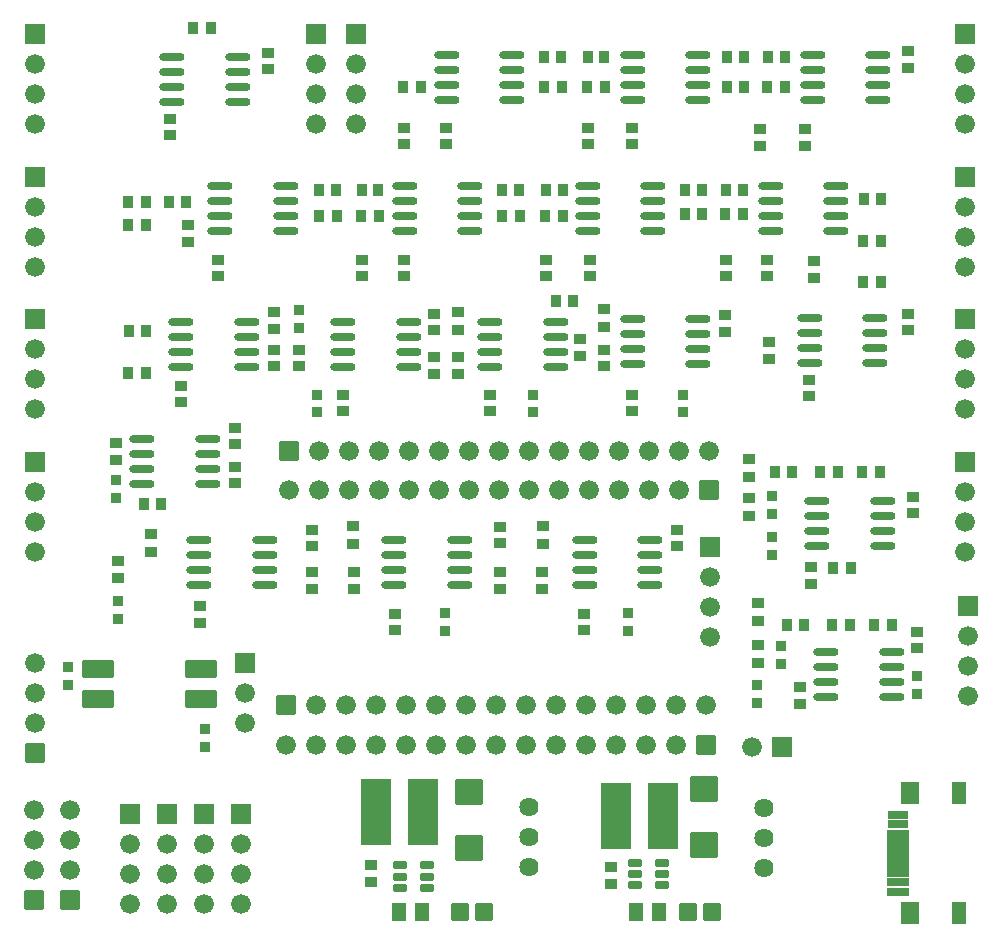
<source format=gts>
G04 Layer: TopSolderMaskLayer*
G04 EasyEDA v6.5.40, 2024-04-23 11:15:46*
G04 c7e9cca6e7fb4e88997dfbcd3db0eb44,2d5800d2cc32464ebd88bb1e24ba3ef2,10*
G04 Gerber Generator version 0.2*
G04 Scale: 100 percent, Rotated: No, Reflected: No *
G04 Dimensions in inches *
G04 leading zeros omitted , absolute positions ,3 integer and 6 decimal *
%FSLAX36Y36*%
%MOIN*%

%AMMACRO1*1,1,$1,$2,$3*1,1,$1,$4,$5*1,1,$1,0-$2,0-$3*1,1,$1,0-$4,0-$5*20,1,$1,$2,$3,$4,$5,0*20,1,$1,$4,$5,0-$2,0-$3,0*20,1,$1,0-$2,0-$3,0-$4,0-$5,0*20,1,$1,0-$4,0-$5,$2,$3,0*4,1,4,$2,$3,$4,$5,0-$2,0-$3,0-$4,0-$5,$2,$3,0*%
%ADD10R,0.0660X0.0660*%
%ADD11C,0.0660*%
%ADD12MACRO1,0.004X0.031X-0.031X0.031X0.031*%
%ADD13MACRO1,0.004X-0.031X-0.031X0.031X-0.031*%
%ADD14MACRO1,0.004X0.031X0.031X-0.031X0.031*%
%ADD15MACRO1,0.004X-0.0157X0.0177X0.0157X0.0177*%
%ADD16MACRO1,0.004X-0.0278X-0.0266X-0.0278X0.0266*%
%ADD17MACRO1,0.004X0.0278X-0.0266X0.0278X0.0266*%
%ADD18MACRO1,0.004X0.0177X0.0157X0.0177X-0.0157*%
%ADD19R,0.0394X0.0355*%
%ADD20MACRO1,0.004X-0.0432X0.0403X0.0432X0.0403*%
%ADD21MACRO1,0.004X-0.0432X-0.0403X0.0432X-0.0403*%
%ADD22MACRO1,0.004X-0.0492X0.1083X0.0492X0.1083*%
%ADD23C,0.0640*%
%ADD24MACRO1,0.004X0.0223X0.0271X0.0223X-0.0271*%
%ADD25MACRO1,0.004X-0.0223X0.0271X-0.0223X-0.0271*%
%ADD26MACRO1,0.004X0.0211X0.0105X0.0211X-0.0105*%
%ADD27R,0.0512X0.0749*%
%ADD28R,0.0611X0.0749*%
%ADD29R,0.0730X0.0198*%
%ADD30R,0.0690X0.0276*%
%ADD31R,0.0730X0.0316*%
%ADD32MACRO1,0.004X-0.017X0.0159X0.017X0.0159*%
%ADD33MACRO1,0.004X-0.017X-0.0159X0.017X-0.0159*%
%ADD34MACRO1,0.004X-0.0159X-0.017X-0.0159X0.017*%
%ADD35MACRO1,0.004X0.0159X-0.017X0.0159X0.017*%
%ADD36R,0.0380X0.0358*%
%ADD37MACRO1,0.004X0.0157X-0.0177X-0.0157X-0.0177*%
%ADD38O,0.084512X0.027149999999999997*%
%ADD39MACRO1,0.004X0.0159X0.017X0.0159X-0.017*%
%ADD40MACRO1,0.004X-0.0159X0.017X-0.0159X-0.017*%
%ADD41MACRO1,0.004X-0.0512X0.028X0.0512X0.028*%
%ADD42MACRO1,0.004X0.0512X0.028X-0.0512X0.028*%
%ADD43C,0.0174*%

%LPD*%
D10*
G01*
X850000Y1620000D03*
D11*
G01*
X850000Y1520000D03*
G01*
X850000Y1420000D03*
D10*
G01*
X588330Y1115000D03*
D11*
G01*
X588330Y1015000D03*
G01*
X588330Y915000D03*
G01*
X588330Y815000D03*
D10*
G01*
X711669Y1115000D03*
D11*
G01*
X711669Y1015000D03*
G01*
X711669Y915000D03*
G01*
X711669Y815000D03*
D10*
G01*
X3260000Y1810000D03*
D11*
G01*
X3260000Y1710000D03*
G01*
X3260000Y1610000D03*
G01*
X3260000Y1510000D03*
D12*
G01*
X145000Y830000D03*
D11*
G01*
X145000Y930000D03*
G01*
X145000Y1030000D03*
G01*
X145000Y1130000D03*
D12*
G01*
X150000Y1320000D03*
D11*
G01*
X150000Y1420000D03*
G01*
X150000Y1520000D03*
G01*
X150000Y1620000D03*
D10*
G01*
X835000Y1115000D03*
D11*
G01*
X835000Y1015000D03*
G01*
X835000Y915000D03*
G01*
X835000Y815000D03*
D10*
G01*
X2640000Y1340000D03*
D11*
G01*
X2540000Y1340000D03*
D12*
G01*
X265000Y830000D03*
D11*
G01*
X265000Y930000D03*
G01*
X265000Y1030000D03*
G01*
X265000Y1130000D03*
D10*
G01*
X3250000Y3715000D03*
D11*
G01*
X3250000Y3615000D03*
G01*
X3250000Y3515000D03*
G01*
X3250000Y3415000D03*
D10*
G01*
X1220000Y3715000D03*
D11*
G01*
X1220000Y3615000D03*
G01*
X1220000Y3515000D03*
G01*
X1220000Y3415000D03*
D10*
G01*
X150000Y3715000D03*
D11*
G01*
X150000Y3615000D03*
G01*
X150000Y3515000D03*
G01*
X150000Y3415000D03*
D10*
G01*
X1085000Y3715000D03*
D11*
G01*
X1085000Y3615000D03*
G01*
X1085000Y3515000D03*
G01*
X1085000Y3415000D03*
D10*
G01*
X3250000Y3240000D03*
D11*
G01*
X3250000Y3140000D03*
G01*
X3250000Y3040000D03*
G01*
X3250000Y2940000D03*
D10*
G01*
X150000Y3240000D03*
D11*
G01*
X150000Y3140000D03*
G01*
X150000Y3040000D03*
G01*
X150000Y2940000D03*
D10*
G01*
X2400000Y2005000D03*
D11*
G01*
X2400000Y1905000D03*
G01*
X2400000Y1805000D03*
G01*
X2400000Y1705000D03*
D10*
G01*
X3250000Y2765000D03*
D11*
G01*
X3250000Y2665000D03*
G01*
X3250000Y2565000D03*
G01*
X3250000Y2465000D03*
D10*
G01*
X150000Y2765000D03*
D11*
G01*
X150000Y2665000D03*
G01*
X150000Y2565000D03*
G01*
X150000Y2465000D03*
D10*
G01*
X3250000Y2290000D03*
D11*
G01*
X3250000Y2190000D03*
G01*
X3250000Y2090000D03*
G01*
X3250000Y1990000D03*
D10*
G01*
X150000Y2290000D03*
D11*
G01*
X150000Y2190000D03*
G01*
X150000Y2090000D03*
G01*
X150000Y1990000D03*
D10*
G01*
X465000Y1115000D03*
D11*
G01*
X465000Y1015000D03*
G01*
X465000Y915000D03*
G01*
X465000Y815000D03*
G01*
X2395000Y2325000D03*
G01*
X2295000Y2325000D03*
G01*
X2195000Y2325000D03*
G01*
X2095000Y2325000D03*
G01*
X1995000Y2325000D03*
G01*
X1895000Y2325000D03*
G01*
X1795000Y2325000D03*
G01*
X1695000Y2325000D03*
G01*
X1595000Y2325000D03*
G01*
X1495000Y2325000D03*
G01*
X1395000Y2325000D03*
G01*
X1295000Y2325000D03*
G01*
X1195000Y2325000D03*
G01*
X1095000Y2325000D03*
D13*
G01*
X995000Y2325000D03*
D11*
G01*
X985000Y1345000D03*
G01*
X1085000Y1345000D03*
G01*
X1185000Y1345000D03*
G01*
X1285000Y1345000D03*
G01*
X1385000Y1345000D03*
G01*
X1485000Y1345000D03*
G01*
X1585000Y1345000D03*
G01*
X1685000Y1345000D03*
G01*
X1785000Y1345000D03*
G01*
X1885000Y1345000D03*
G01*
X1985000Y1345000D03*
G01*
X2085000Y1345000D03*
G01*
X2185000Y1345000D03*
G01*
X2285000Y1345000D03*
D14*
G01*
X2385000Y1345000D03*
D11*
G01*
X995000Y2195000D03*
G01*
X1095000Y2195000D03*
G01*
X1195000Y2195000D03*
G01*
X1295000Y2195000D03*
G01*
X1395000Y2195000D03*
G01*
X1495000Y2195000D03*
G01*
X1595000Y2195000D03*
G01*
X1695000Y2195000D03*
G01*
X1795000Y2195000D03*
G01*
X1895000Y2195000D03*
G01*
X1995000Y2195000D03*
G01*
X2095000Y2195000D03*
G01*
X2195000Y2195000D03*
G01*
X2295000Y2195000D03*
D14*
G01*
X2395000Y2195000D03*
D11*
G01*
X2385000Y1480000D03*
G01*
X2285000Y1480000D03*
G01*
X2185000Y1480000D03*
G01*
X2085000Y1480000D03*
G01*
X1985000Y1480000D03*
G01*
X1885000Y1480000D03*
G01*
X1785000Y1480000D03*
G01*
X1685000Y1480000D03*
G01*
X1585000Y1480000D03*
G01*
X1485000Y1480000D03*
G01*
X1385000Y1480000D03*
G01*
X1285000Y1480000D03*
G01*
X1185000Y1480000D03*
G01*
X1085000Y1480000D03*
D13*
G01*
X985000Y1480000D03*
D15*
G01*
X2672559Y2255000D03*
G01*
X2617440Y2255000D03*
G01*
X2712559Y1745000D03*
G01*
X2657440Y1745000D03*
D16*
G01*
X2405551Y789997D03*
D17*
G01*
X2324448Y789997D03*
D18*
G01*
X2070000Y882441D03*
G01*
X2070000Y937558D03*
D19*
G01*
X1270000Y944290D03*
G01*
X1270000Y889169D03*
D16*
G01*
X1645551Y790000D03*
D17*
G01*
X1564448Y790000D03*
D18*
G01*
X3075000Y2117441D03*
G01*
X3075000Y2172558D03*
D19*
G01*
X2735000Y1937559D03*
G01*
X2735000Y1882440D03*
D18*
G01*
X3090000Y1667441D03*
G01*
X3090000Y1722558D03*
D19*
G01*
X2700000Y1537559D03*
G01*
X2700000Y1482440D03*
D20*
G01*
X2380000Y1012056D03*
D21*
G01*
X2380000Y1197943D03*
D20*
G01*
X1595000Y1003810D03*
D21*
G01*
X1595000Y1189696D03*
D22*
G01*
X2086256Y1110000D03*
G01*
X2243736Y1110000D03*
G01*
X1286256Y1121730D03*
G01*
X1443736Y1121730D03*
D23*
G01*
X2580000Y1035000D03*
G01*
X2580000Y935000D03*
G01*
X2580000Y1135000D03*
D24*
G01*
X2151957Y790530D03*
D25*
G01*
X2228042Y790530D03*
D24*
G01*
X1361957Y790530D03*
D25*
G01*
X1438042Y790530D03*
D23*
G01*
X1795000Y1040000D03*
G01*
X1795000Y940000D03*
G01*
X1795000Y1140000D03*
D26*
G01*
X2149759Y952400D03*
G01*
X2149759Y915000D03*
G01*
X2149759Y877599D03*
G01*
X2240240Y877599D03*
G01*
X2240240Y915000D03*
G01*
X2240240Y952400D03*
D27*
G01*
X3229570Y1184209D03*
G01*
X3229570Y785000D03*
D28*
G01*
X3065000Y1184209D03*
G01*
X3065000Y785000D03*
D29*
G01*
X3025630Y1033820D03*
G01*
X3025630Y994450D03*
G01*
X3025630Y974760D03*
G01*
X3025630Y955079D03*
G01*
X3025630Y935390D03*
G01*
X3025630Y915709D03*
G01*
X3025630Y1014130D03*
G01*
X3025630Y1053499D03*
D30*
G01*
X3025630Y1112559D03*
G01*
X3025630Y1081060D03*
D31*
G01*
X3025630Y888150D03*
G01*
X3025630Y856649D03*
D26*
G01*
X1364759Y944130D03*
G01*
X1364759Y906730D03*
G01*
X1364759Y869331D03*
G01*
X1455240Y869331D03*
G01*
X1455240Y906730D03*
G01*
X1455240Y944130D03*
D32*
G01*
X2530000Y2240344D03*
D33*
G01*
X2530000Y2299655D03*
D34*
G01*
X2824655Y2257157D03*
D35*
G01*
X2765344Y2257157D03*
D34*
G01*
X2964655Y2257157D03*
D35*
G01*
X2905344Y2257157D03*
D32*
G01*
X2560000Y1760344D03*
D33*
G01*
X2560000Y1819655D03*
D34*
G01*
X3004655Y1747157D03*
D35*
G01*
X2945344Y1747157D03*
D18*
G01*
X1480000Y2727441D03*
G01*
X1480000Y2782558D03*
D15*
G01*
X1942559Y2825000D03*
G01*
X1887440Y2825000D03*
D36*
G01*
X2125000Y1785650D03*
G01*
X2125000Y1726340D03*
G01*
X1515000Y1785650D03*
G01*
X1515000Y1726340D03*
D32*
G01*
X535000Y1990344D03*
D33*
G01*
X535000Y2049655D03*
D36*
G01*
X1810000Y2513850D03*
G01*
X1810000Y2454540D03*
G01*
X2310000Y2513850D03*
G01*
X2310000Y2454540D03*
D19*
G01*
X600000Y3432559D03*
G01*
X600000Y3377440D03*
D18*
G01*
X925000Y3597441D03*
G01*
X925000Y3652558D03*
D37*
G01*
X1991830Y3640000D03*
G01*
X2046947Y3640000D03*
D19*
G01*
X1992830Y3402559D03*
G01*
X1992830Y3347440D03*
G01*
X1700219Y1921950D03*
G01*
X1700219Y1866830D03*
D18*
G01*
X1840000Y1866830D03*
G01*
X1840000Y1921948D03*
D19*
G01*
X1212160Y1921950D03*
G01*
X1212160Y1866830D03*
G01*
X1072380Y1921950D03*
G01*
X1072380Y1866830D03*
G01*
X425000Y1957559D03*
G01*
X425000Y1902440D03*
G01*
X815000Y2272559D03*
G01*
X815000Y2217440D03*
D18*
G01*
X1480000Y2582441D03*
G01*
X1480000Y2637558D03*
G01*
X1560000Y2582441D03*
G01*
X1560000Y2637558D03*
G01*
X2045000Y2607441D03*
G01*
X2045000Y2662558D03*
D19*
G01*
X1965000Y2697559D03*
G01*
X1965000Y2642440D03*
G01*
X420000Y2352370D03*
G01*
X420000Y2297249D03*
D37*
G01*
X462441Y2725000D03*
G01*
X517558Y2725000D03*
D19*
G01*
X945000Y2662559D03*
G01*
X945000Y2607440D03*
G01*
X1030000Y2662559D03*
G01*
X1030000Y2607440D03*
D37*
G01*
X2456830Y3640211D03*
G01*
X2511948Y3640211D03*
D19*
G01*
X2140000Y3402559D03*
G01*
X2140000Y3347440D03*
D18*
G01*
X3060000Y3602441D03*
G01*
X3060000Y3657558D03*
D19*
G01*
X2715000Y3397559D03*
G01*
X2715000Y3342440D03*
D18*
G01*
X945000Y2732441D03*
G01*
X945000Y2787558D03*
D19*
G01*
X635000Y2542559D03*
G01*
X635000Y2487440D03*
G01*
X1175000Y2512559D03*
G01*
X1175000Y2457440D03*
G01*
X1665000Y2512559D03*
G01*
X1665000Y2457440D03*
D18*
G01*
X2450000Y2722441D03*
G01*
X2450000Y2777558D03*
D19*
G01*
X2140000Y2512559D03*
G01*
X2140000Y2457440D03*
D18*
G01*
X814785Y2347441D03*
G01*
X814785Y2402558D03*
G01*
X1072163Y2007441D03*
G01*
X1072163Y2062558D03*
D37*
G01*
X512441Y2150000D03*
G01*
X567558Y2150000D03*
D19*
G01*
X700000Y1807559D03*
G01*
X700000Y1752440D03*
D18*
G01*
X1700000Y2018243D03*
G01*
X1700000Y2073361D03*
D19*
G01*
X1350000Y1783359D03*
G01*
X1350000Y1728240D03*
D18*
G01*
X2290000Y2007441D03*
G01*
X2290000Y2062558D03*
D19*
G01*
X1980000Y1783359D03*
G01*
X1980000Y1728240D03*
G01*
X2565000Y3397559D03*
G01*
X2565000Y3342440D03*
D15*
G01*
X2648364Y3640002D03*
G01*
X2593247Y3640002D03*
D34*
G01*
X734655Y3735000D03*
D35*
G01*
X675344Y3735000D03*
D34*
G01*
X2649655Y3540000D03*
D35*
G01*
X2590344Y3540000D03*
D32*
G01*
X1841947Y2016950D03*
D33*
G01*
X1841947Y2076261D03*
D32*
G01*
X1210000Y2016950D03*
D33*
G01*
X1210000Y2076261D03*
D36*
G01*
X425000Y1824659D03*
G01*
X425000Y1765340D03*
G01*
X1030000Y2794659D03*
G01*
X1030000Y2735340D03*
G01*
X1090000Y2513850D03*
G01*
X1090000Y2454540D03*
D32*
G01*
X1558052Y2730344D03*
D33*
G01*
X1558052Y2789655D03*
D34*
G01*
X519462Y2585000D03*
D35*
G01*
X460151Y2585000D03*
D32*
G01*
X2045000Y2740344D03*
D33*
G01*
X2045000Y2799655D03*
D36*
G01*
X420000Y2229659D03*
G01*
X420000Y2170340D03*
D34*
G01*
X2513849Y3540000D03*
D35*
G01*
X2454538Y3540000D03*
D38*
G01*
X2142449Y3645000D03*
G01*
X2142449Y3595000D03*
G01*
X2142449Y3545000D03*
G01*
X2142449Y3495000D03*
G01*
X2360749Y3645000D03*
G01*
X2360749Y3595000D03*
G01*
X2360749Y3545000D03*
G01*
X2360749Y3495000D03*
G01*
X1522449Y3645000D03*
G01*
X1522449Y3595000D03*
G01*
X1522449Y3545000D03*
G01*
X1522449Y3495000D03*
G01*
X1740749Y3645000D03*
G01*
X1740749Y3595000D03*
G01*
X1740749Y3545000D03*
G01*
X1740749Y3495000D03*
G01*
X2740850Y3645000D03*
G01*
X2740850Y3595000D03*
G01*
X2740850Y3545000D03*
G01*
X2740850Y3495000D03*
G01*
X2959149Y3645000D03*
G01*
X2959149Y3595000D03*
G01*
X2959149Y3545000D03*
G01*
X2959149Y3495000D03*
G01*
X765850Y3210000D03*
G01*
X765850Y3160000D03*
G01*
X765850Y3110000D03*
G01*
X765850Y3060000D03*
G01*
X984149Y3210000D03*
G01*
X984149Y3160000D03*
G01*
X984149Y3110000D03*
G01*
X984149Y3060000D03*
G01*
X1382449Y3210000D03*
G01*
X1382449Y3160000D03*
G01*
X1382449Y3110000D03*
G01*
X1382449Y3060000D03*
G01*
X1600749Y3210000D03*
G01*
X1600749Y3160000D03*
G01*
X1600749Y3110000D03*
G01*
X1600749Y3060000D03*
G01*
X1990850Y3210000D03*
G01*
X1990850Y3160000D03*
G01*
X1990850Y3110000D03*
G01*
X1990850Y3060000D03*
G01*
X2209149Y3210000D03*
G01*
X2209149Y3160000D03*
G01*
X2209149Y3110000D03*
G01*
X2209149Y3060000D03*
G01*
X2730850Y2770000D03*
G01*
X2730850Y2720000D03*
G01*
X2730850Y2670000D03*
G01*
X2730850Y2620000D03*
G01*
X2949149Y2770000D03*
G01*
X2949149Y2720000D03*
G01*
X2949149Y2670000D03*
G01*
X2949149Y2620000D03*
G01*
X2140850Y2765000D03*
G01*
X2140850Y2715000D03*
G01*
X2140850Y2665000D03*
G01*
X2140850Y2615000D03*
G01*
X2359149Y2765000D03*
G01*
X2359149Y2715000D03*
G01*
X2359149Y2665000D03*
G01*
X2359149Y2615000D03*
G01*
X1665850Y2755000D03*
G01*
X1665850Y2705000D03*
G01*
X1665850Y2655000D03*
G01*
X1665850Y2605000D03*
G01*
X1884149Y2755000D03*
G01*
X1884149Y2705000D03*
G01*
X1884149Y2655000D03*
G01*
X1884149Y2605000D03*
G01*
X1175850Y2755000D03*
G01*
X1175850Y2705000D03*
G01*
X1175850Y2655000D03*
G01*
X1175850Y2605000D03*
G01*
X1394149Y2755000D03*
G01*
X1394149Y2705000D03*
G01*
X1394149Y2655000D03*
G01*
X1394149Y2605000D03*
G01*
X635850Y2755000D03*
G01*
X635850Y2705000D03*
G01*
X635850Y2655000D03*
G01*
X635850Y2605000D03*
G01*
X854149Y2755000D03*
G01*
X854149Y2705000D03*
G01*
X854149Y2655000D03*
G01*
X854149Y2605000D03*
G01*
X505850Y2365000D03*
G01*
X505850Y2315000D03*
G01*
X505850Y2265000D03*
G01*
X505850Y2215000D03*
G01*
X724149Y2365000D03*
G01*
X724149Y2315000D03*
G01*
X724149Y2265000D03*
G01*
X724149Y2215000D03*
G01*
X695850Y2030000D03*
G01*
X695850Y1980000D03*
G01*
X695850Y1930000D03*
G01*
X695850Y1880000D03*
G01*
X914149Y2030000D03*
G01*
X914149Y1980000D03*
G01*
X914149Y1930000D03*
G01*
X914149Y1880000D03*
G01*
X1345850Y2030000D03*
G01*
X1345850Y1980000D03*
G01*
X1345850Y1930000D03*
G01*
X1345850Y1880000D03*
G01*
X1564149Y2030000D03*
G01*
X1564149Y1980000D03*
G01*
X1564149Y1930000D03*
G01*
X1564149Y1880000D03*
G01*
X1980850Y2030000D03*
G01*
X1980850Y1980000D03*
G01*
X1980850Y1930000D03*
G01*
X1980850Y1880000D03*
G01*
X2199149Y2030000D03*
G01*
X2199149Y1980000D03*
G01*
X2199149Y1930000D03*
G01*
X2199149Y1880000D03*
D19*
G01*
X1378639Y3402559D03*
G01*
X1378639Y3347440D03*
D37*
G01*
X1847440Y3640000D03*
G01*
X1902559Y3640000D03*
D19*
G01*
X1520000Y3402559D03*
G01*
X1520000Y3347440D03*
D34*
G01*
X1434655Y3540000D03*
D35*
G01*
X1375344Y3540000D03*
D34*
G01*
X1904460Y3540000D03*
D35*
G01*
X1845149Y3540000D03*
D34*
G01*
X2048849Y3540000D03*
D35*
G01*
X1989538Y3540000D03*
D15*
G01*
X1907559Y3195000D03*
G01*
X1852440Y3195000D03*
D19*
G01*
X1852830Y2963170D03*
G01*
X1852830Y2908049D03*
D15*
G01*
X1293364Y3194788D03*
G01*
X1238247Y3194788D03*
D19*
G01*
X1238639Y2963170D03*
G01*
X1238639Y2908049D03*
G01*
X660000Y3077559D03*
G01*
X660000Y3022440D03*
D15*
G01*
X652558Y3155000D03*
G01*
X597441Y3155000D03*
D19*
G01*
X2453639Y2963170D03*
G01*
X2453639Y2908049D03*
D15*
G01*
X2508364Y3195000D03*
G01*
X2453247Y3195000D03*
D19*
G01*
X2595000Y2687559D03*
G01*
X2595000Y2632440D03*
D18*
G01*
X2745000Y2902441D03*
G01*
X2745000Y2957558D03*
D37*
G01*
X1097440Y3195000D03*
G01*
X1152559Y3195000D03*
D19*
G01*
X760000Y2963170D03*
G01*
X760000Y2908049D03*
D37*
G01*
X1707440Y3195000D03*
G01*
X1762559Y3195000D03*
D19*
G01*
X1380000Y2962559D03*
G01*
X1380000Y2907440D03*
D37*
G01*
X2317440Y3195000D03*
G01*
X2372559Y3195000D03*
D19*
G01*
X2000000Y2963170D03*
G01*
X2000000Y2908049D03*
D37*
G01*
X2912440Y3165000D03*
G01*
X2967559Y3165000D03*
D19*
G01*
X2590000Y2963170D03*
G01*
X2590000Y2908049D03*
G01*
X3060000Y2782559D03*
G01*
X3060000Y2727440D03*
G01*
X2730000Y2562559D03*
G01*
X2730000Y2507440D03*
D34*
G01*
X1764460Y3110000D03*
D35*
G01*
X1705149Y3110000D03*
D34*
G01*
X1908849Y3110000D03*
D35*
G01*
X1849538Y3110000D03*
D34*
G01*
X2509655Y3115000D03*
D35*
G01*
X2450344Y3115000D03*
D34*
G01*
X2373849Y3115000D03*
D35*
G01*
X2314538Y3115000D03*
D39*
G01*
X460151Y3080000D03*
D40*
G01*
X519462Y3080000D03*
D34*
G01*
X519462Y3155000D03*
D35*
G01*
X460151Y3155000D03*
D34*
G01*
X1154460Y3110000D03*
D35*
G01*
X1095149Y3110000D03*
D34*
G01*
X1294655Y3110000D03*
D35*
G01*
X1235344Y3110000D03*
D39*
G01*
X2909538Y2890000D03*
D40*
G01*
X2968849Y2890000D03*
D34*
G01*
X2968849Y3025000D03*
D35*
G01*
X2909538Y3025000D03*
D38*
G01*
X2600850Y3210000D03*
G01*
X2600850Y3160000D03*
G01*
X2600850Y3110000D03*
G01*
X2600850Y3060000D03*
G01*
X2819149Y3210000D03*
G01*
X2819149Y3160000D03*
G01*
X2819149Y3110000D03*
G01*
X2819149Y3060000D03*
G01*
X2785850Y1655000D03*
G01*
X2785850Y1605000D03*
G01*
X2785850Y1555000D03*
G01*
X2785850Y1505000D03*
G01*
X3004149Y1655000D03*
G01*
X3004149Y1605000D03*
G01*
X3004149Y1555000D03*
G01*
X3004149Y1505000D03*
G01*
X2755850Y2160000D03*
G01*
X2755850Y2110000D03*
G01*
X2755850Y2060000D03*
G01*
X2755850Y2010000D03*
G01*
X2974149Y2160000D03*
G01*
X2974149Y2110000D03*
G01*
X2974149Y2060000D03*
G01*
X2974149Y2010000D03*
D32*
G01*
X2530000Y2110344D03*
D33*
G01*
X2530000Y2169655D03*
D36*
G01*
X2605000Y2174659D03*
G01*
X2605000Y2115340D03*
G01*
X2605000Y2039659D03*
G01*
X2605000Y1980340D03*
D34*
G01*
X2869655Y1935000D03*
D35*
G01*
X2810344Y1935000D03*
D36*
G01*
X2635000Y1674659D03*
G01*
X2635000Y1615340D03*
G01*
X2555000Y1544659D03*
G01*
X2555000Y1485340D03*
G01*
X3090000Y1574659D03*
G01*
X3090000Y1515340D03*
D34*
G01*
X2864655Y1747157D03*
D35*
G01*
X2805344Y1747157D03*
D32*
G01*
X2560000Y1620344D03*
D33*
G01*
X2560000Y1679655D03*
D36*
G01*
X260000Y1604659D03*
G01*
X260000Y1545340D03*
G01*
X715000Y1399659D03*
G01*
X715000Y1340340D03*
D38*
G01*
X605850Y3640000D03*
G01*
X605850Y3590000D03*
G01*
X605850Y3540000D03*
G01*
X605850Y3490000D03*
G01*
X824149Y3640000D03*
G01*
X824149Y3590000D03*
G01*
X824149Y3540000D03*
G01*
X824149Y3490000D03*
D41*
G01*
X357558Y1600000D03*
G01*
X357558Y1500000D03*
D42*
G01*
X702441Y1600000D03*
G01*
X702441Y1500000D03*
M02*

</source>
